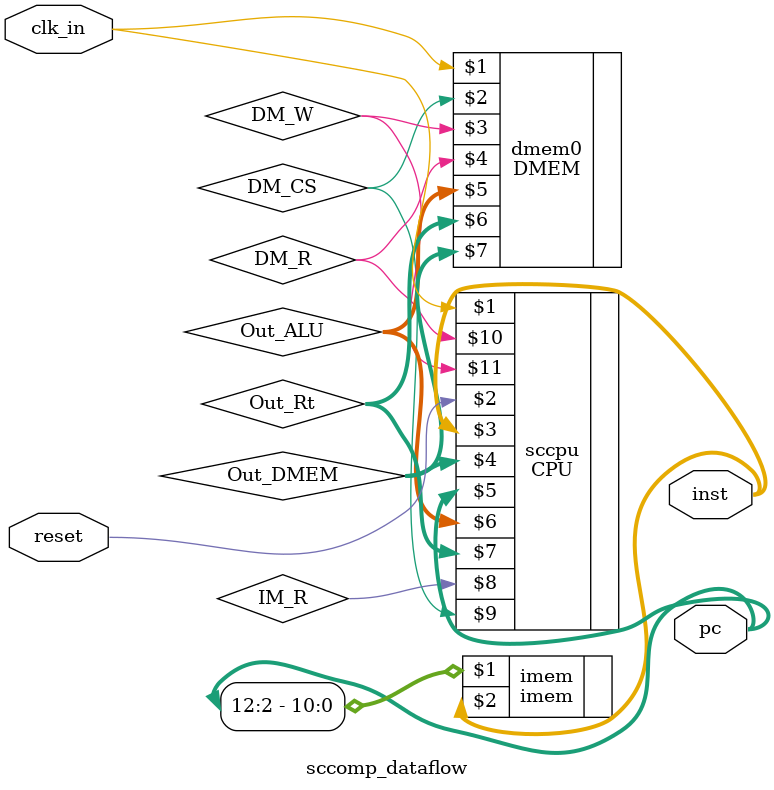
<source format=v>
`timescale 1ns / 1ps

//顶层模块
module sccomp_dataflow(
    input clk_in,
	input reset,
	output [31 : 0] inst,
	output [31 : 0] pc
    );
	wire IM_R;
	wire DM_W;
	wire DM_R;
	wire DM_CS;
	wire [31 : 0] Out_ALU;
    wire [31 : 0] Out_DMEM;
    wire [31 : 0] Out_Rt;
	CPU  sccpu(clk_in, reset, inst, Out_DMEM, pc, Out_ALU, Out_Rt, IM_R, DM_CS, DM_R, DM_W);
	//im im0(pc[12 : 2], inst);
	imem imem(pc[12 : 2], inst);
	DMEM dmem0(clk_in, DM_CS, DM_W, DM_R, Out_ALU, Out_Rt, Out_DMEM);
endmodule

</source>
